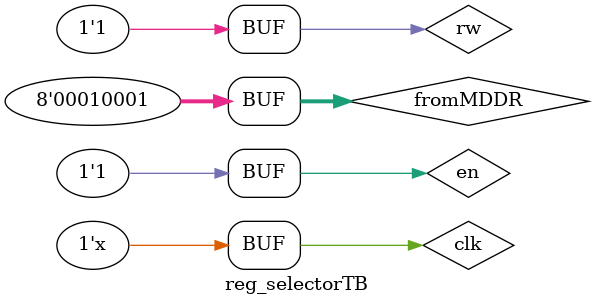
<source format=v>
`timescale 1ns / 1ps

module reg_selectorTB;
    reg clk;
    reg [0:0]en;
    reg [0:0]rw;
    reg [7:0] fromMDDR;
    wire [5:0] toDecoder;
    wire [4:0] toBus;

    parameter clk_period = 10;
    regSelect regSelect(clk,
en,
rw,
fromMDDR,
toDecoder,
toBus);
     initial 
    begin
       clk = 0; 
    end
    
    always
        #(clk_period/2)
        clk = ~clk;
    initial
        begin
           en=1'd1 ;rw=1'd1;fromMDDR=16'd17;
            #(clk_period);
               
        end
endmodule

</source>
